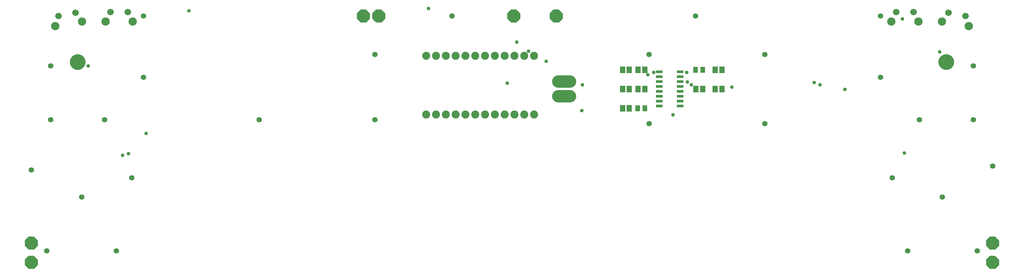
<source format=gbr>
G04 EAGLE Gerber RS-274X export*
G75*
%MOMM*%
%FSLAX34Y34*%
%LPD*%
%INSoldermask Bottom*%
%IPPOS*%
%AMOC8*
5,1,8,0,0,1.08239X$1,22.5*%
G01*
G04 Define Apertures*
%ADD10C,1.403200*%
%ADD11C,2.082800*%
%ADD12C,3.213100*%
%ADD13C,1.701800*%
%ADD14C,2.146300*%
%ADD15C,2.000000*%
%ADD16R,1.803200X0.803200*%
%ADD17R,1.234400X1.623400*%
%ADD18R,1.367800X1.668500*%
%ADD19P,3.62904X8X22.5*%
%ADD20C,0.959600*%
D10*
X240000Y110000D03*
X420000Y110000D03*
X330000Y250000D03*
X200000Y320000D03*
X460000Y300000D03*
X2650000Y110000D03*
X2470000Y110000D03*
X2560000Y250000D03*
X2430000Y300000D03*
X2690000Y330000D03*
X490000Y720000D03*
X2400000Y720000D03*
X790000Y450000D03*
X1090000Y450000D03*
X2100000Y440000D03*
X1800000Y440000D03*
X1800000Y620000D03*
X2100000Y620000D03*
X250000Y450000D03*
X390000Y450000D03*
X250000Y590000D03*
X1290000Y720000D03*
X1920000Y720000D03*
X2500000Y450000D03*
X2640000Y450000D03*
X2640000Y590000D03*
X2400000Y560000D03*
X490000Y560000D03*
X1090000Y620000D03*
D11*
X1223000Y616200D03*
X1248400Y616200D03*
X1273800Y616200D03*
X1299200Y616200D03*
X1324600Y616200D03*
X1350000Y616200D03*
X1375400Y616200D03*
X1400800Y616200D03*
X1426200Y616200D03*
X1451600Y616200D03*
X1477000Y616200D03*
X1502400Y616200D03*
X1502400Y463800D03*
X1477000Y463800D03*
X1451600Y463800D03*
X1426200Y463800D03*
X1400800Y463800D03*
X1375400Y463800D03*
X1350000Y463800D03*
X1324600Y463800D03*
X1299200Y463800D03*
X1273800Y463800D03*
X1248400Y463800D03*
X1223000Y463800D03*
D12*
X1564951Y510950D02*
X1595050Y510950D01*
X1595050Y549050D02*
X1564951Y549050D01*
D13*
X270000Y720000D03*
X314275Y727807D03*
D14*
X262066Y693325D03*
X331105Y705498D03*
D15*
X310000Y600000D02*
X310003Y600245D01*
X310012Y600491D01*
X310027Y600736D01*
X310048Y600980D01*
X310075Y601224D01*
X310108Y601467D01*
X310147Y601710D01*
X310192Y601951D01*
X310243Y602191D01*
X310300Y602430D01*
X310362Y602667D01*
X310431Y602903D01*
X310505Y603137D01*
X310585Y603369D01*
X310670Y603599D01*
X310761Y603827D01*
X310858Y604052D01*
X310960Y604276D01*
X311068Y604496D01*
X311181Y604714D01*
X311299Y604929D01*
X311423Y605141D01*
X311551Y605350D01*
X311685Y605556D01*
X311824Y605758D01*
X311968Y605957D01*
X312117Y606152D01*
X312270Y606344D01*
X312428Y606532D01*
X312590Y606716D01*
X312758Y606895D01*
X312929Y607071D01*
X313105Y607242D01*
X313284Y607410D01*
X313468Y607572D01*
X313656Y607730D01*
X313848Y607883D01*
X314043Y608032D01*
X314242Y608176D01*
X314444Y608315D01*
X314650Y608449D01*
X314859Y608577D01*
X315071Y608701D01*
X315286Y608819D01*
X315504Y608932D01*
X315724Y609040D01*
X315948Y609142D01*
X316173Y609239D01*
X316401Y609330D01*
X316631Y609415D01*
X316863Y609495D01*
X317097Y609569D01*
X317333Y609638D01*
X317570Y609700D01*
X317809Y609757D01*
X318049Y609808D01*
X318290Y609853D01*
X318533Y609892D01*
X318776Y609925D01*
X319020Y609952D01*
X319264Y609973D01*
X319509Y609988D01*
X319755Y609997D01*
X320000Y610000D01*
X320245Y609997D01*
X320491Y609988D01*
X320736Y609973D01*
X320980Y609952D01*
X321224Y609925D01*
X321467Y609892D01*
X321710Y609853D01*
X321951Y609808D01*
X322191Y609757D01*
X322430Y609700D01*
X322667Y609638D01*
X322903Y609569D01*
X323137Y609495D01*
X323369Y609415D01*
X323599Y609330D01*
X323827Y609239D01*
X324052Y609142D01*
X324276Y609040D01*
X324496Y608932D01*
X324714Y608819D01*
X324929Y608701D01*
X325141Y608577D01*
X325350Y608449D01*
X325556Y608315D01*
X325758Y608176D01*
X325957Y608032D01*
X326152Y607883D01*
X326344Y607730D01*
X326532Y607572D01*
X326716Y607410D01*
X326895Y607242D01*
X327071Y607071D01*
X327242Y606895D01*
X327410Y606716D01*
X327572Y606532D01*
X327730Y606344D01*
X327883Y606152D01*
X328032Y605957D01*
X328176Y605758D01*
X328315Y605556D01*
X328449Y605350D01*
X328577Y605141D01*
X328701Y604929D01*
X328819Y604714D01*
X328932Y604496D01*
X329040Y604276D01*
X329142Y604052D01*
X329239Y603827D01*
X329330Y603599D01*
X329415Y603369D01*
X329495Y603137D01*
X329569Y602903D01*
X329638Y602667D01*
X329700Y602430D01*
X329757Y602191D01*
X329808Y601951D01*
X329853Y601710D01*
X329892Y601467D01*
X329925Y601224D01*
X329952Y600980D01*
X329973Y600736D01*
X329988Y600491D01*
X329997Y600245D01*
X330000Y600000D01*
X329997Y599755D01*
X329988Y599509D01*
X329973Y599264D01*
X329952Y599020D01*
X329925Y598776D01*
X329892Y598533D01*
X329853Y598290D01*
X329808Y598049D01*
X329757Y597809D01*
X329700Y597570D01*
X329638Y597333D01*
X329569Y597097D01*
X329495Y596863D01*
X329415Y596631D01*
X329330Y596401D01*
X329239Y596173D01*
X329142Y595948D01*
X329040Y595724D01*
X328932Y595504D01*
X328819Y595286D01*
X328701Y595071D01*
X328577Y594859D01*
X328449Y594650D01*
X328315Y594444D01*
X328176Y594242D01*
X328032Y594043D01*
X327883Y593848D01*
X327730Y593656D01*
X327572Y593468D01*
X327410Y593284D01*
X327242Y593105D01*
X327071Y592929D01*
X326895Y592758D01*
X326716Y592590D01*
X326532Y592428D01*
X326344Y592270D01*
X326152Y592117D01*
X325957Y591968D01*
X325758Y591824D01*
X325556Y591685D01*
X325350Y591551D01*
X325141Y591423D01*
X324929Y591299D01*
X324714Y591181D01*
X324496Y591068D01*
X324276Y590960D01*
X324052Y590858D01*
X323827Y590761D01*
X323599Y590670D01*
X323369Y590585D01*
X323137Y590505D01*
X322903Y590431D01*
X322667Y590362D01*
X322430Y590300D01*
X322191Y590243D01*
X321951Y590192D01*
X321710Y590147D01*
X321467Y590108D01*
X321224Y590075D01*
X320980Y590048D01*
X320736Y590027D01*
X320491Y590012D01*
X320245Y590003D01*
X320000Y590000D01*
X319755Y590003D01*
X319509Y590012D01*
X319264Y590027D01*
X319020Y590048D01*
X318776Y590075D01*
X318533Y590108D01*
X318290Y590147D01*
X318049Y590192D01*
X317809Y590243D01*
X317570Y590300D01*
X317333Y590362D01*
X317097Y590431D01*
X316863Y590505D01*
X316631Y590585D01*
X316401Y590670D01*
X316173Y590761D01*
X315948Y590858D01*
X315724Y590960D01*
X315504Y591068D01*
X315286Y591181D01*
X315071Y591299D01*
X314859Y591423D01*
X314650Y591551D01*
X314444Y591685D01*
X314242Y591824D01*
X314043Y591968D01*
X313848Y592117D01*
X313656Y592270D01*
X313468Y592428D01*
X313284Y592590D01*
X313105Y592758D01*
X312929Y592929D01*
X312758Y593105D01*
X312590Y593284D01*
X312428Y593468D01*
X312270Y593656D01*
X312117Y593848D01*
X311968Y594043D01*
X311824Y594242D01*
X311685Y594444D01*
X311551Y594650D01*
X311423Y594859D01*
X311299Y595071D01*
X311181Y595286D01*
X311068Y595504D01*
X310960Y595724D01*
X310858Y595948D01*
X310761Y596173D01*
X310670Y596401D01*
X310585Y596631D01*
X310505Y596863D01*
X310431Y597097D01*
X310362Y597333D01*
X310300Y597570D01*
X310243Y597809D01*
X310192Y598049D01*
X310147Y598290D01*
X310108Y598533D01*
X310075Y598776D01*
X310048Y599020D01*
X310027Y599264D01*
X310012Y599509D01*
X310003Y599755D01*
X310000Y600000D01*
D13*
X2620000Y720000D03*
X2575725Y727807D03*
D14*
X2627934Y693325D03*
X2558896Y705498D03*
D15*
X2560000Y600000D02*
X2560003Y600245D01*
X2560012Y600491D01*
X2560027Y600736D01*
X2560048Y600980D01*
X2560075Y601224D01*
X2560108Y601467D01*
X2560147Y601710D01*
X2560192Y601951D01*
X2560243Y602191D01*
X2560300Y602430D01*
X2560362Y602667D01*
X2560431Y602903D01*
X2560505Y603137D01*
X2560585Y603369D01*
X2560670Y603599D01*
X2560761Y603827D01*
X2560858Y604052D01*
X2560960Y604276D01*
X2561068Y604496D01*
X2561181Y604714D01*
X2561299Y604929D01*
X2561423Y605141D01*
X2561551Y605350D01*
X2561685Y605556D01*
X2561824Y605758D01*
X2561968Y605957D01*
X2562117Y606152D01*
X2562270Y606344D01*
X2562428Y606532D01*
X2562590Y606716D01*
X2562758Y606895D01*
X2562929Y607071D01*
X2563105Y607242D01*
X2563284Y607410D01*
X2563468Y607572D01*
X2563656Y607730D01*
X2563848Y607883D01*
X2564043Y608032D01*
X2564242Y608176D01*
X2564444Y608315D01*
X2564650Y608449D01*
X2564859Y608577D01*
X2565071Y608701D01*
X2565286Y608819D01*
X2565504Y608932D01*
X2565724Y609040D01*
X2565948Y609142D01*
X2566173Y609239D01*
X2566401Y609330D01*
X2566631Y609415D01*
X2566863Y609495D01*
X2567097Y609569D01*
X2567333Y609638D01*
X2567570Y609700D01*
X2567809Y609757D01*
X2568049Y609808D01*
X2568290Y609853D01*
X2568533Y609892D01*
X2568776Y609925D01*
X2569020Y609952D01*
X2569264Y609973D01*
X2569509Y609988D01*
X2569755Y609997D01*
X2570000Y610000D01*
X2570245Y609997D01*
X2570491Y609988D01*
X2570736Y609973D01*
X2570980Y609952D01*
X2571224Y609925D01*
X2571467Y609892D01*
X2571710Y609853D01*
X2571951Y609808D01*
X2572191Y609757D01*
X2572430Y609700D01*
X2572667Y609638D01*
X2572903Y609569D01*
X2573137Y609495D01*
X2573369Y609415D01*
X2573599Y609330D01*
X2573827Y609239D01*
X2574052Y609142D01*
X2574276Y609040D01*
X2574496Y608932D01*
X2574714Y608819D01*
X2574929Y608701D01*
X2575141Y608577D01*
X2575350Y608449D01*
X2575556Y608315D01*
X2575758Y608176D01*
X2575957Y608032D01*
X2576152Y607883D01*
X2576344Y607730D01*
X2576532Y607572D01*
X2576716Y607410D01*
X2576895Y607242D01*
X2577071Y607071D01*
X2577242Y606895D01*
X2577410Y606716D01*
X2577572Y606532D01*
X2577730Y606344D01*
X2577883Y606152D01*
X2578032Y605957D01*
X2578176Y605758D01*
X2578315Y605556D01*
X2578449Y605350D01*
X2578577Y605141D01*
X2578701Y604929D01*
X2578819Y604714D01*
X2578932Y604496D01*
X2579040Y604276D01*
X2579142Y604052D01*
X2579239Y603827D01*
X2579330Y603599D01*
X2579415Y603369D01*
X2579495Y603137D01*
X2579569Y602903D01*
X2579638Y602667D01*
X2579700Y602430D01*
X2579757Y602191D01*
X2579808Y601951D01*
X2579853Y601710D01*
X2579892Y601467D01*
X2579925Y601224D01*
X2579952Y600980D01*
X2579973Y600736D01*
X2579988Y600491D01*
X2579997Y600245D01*
X2580000Y600000D01*
X2579997Y599755D01*
X2579988Y599509D01*
X2579973Y599264D01*
X2579952Y599020D01*
X2579925Y598776D01*
X2579892Y598533D01*
X2579853Y598290D01*
X2579808Y598049D01*
X2579757Y597809D01*
X2579700Y597570D01*
X2579638Y597333D01*
X2579569Y597097D01*
X2579495Y596863D01*
X2579415Y596631D01*
X2579330Y596401D01*
X2579239Y596173D01*
X2579142Y595948D01*
X2579040Y595724D01*
X2578932Y595504D01*
X2578819Y595286D01*
X2578701Y595071D01*
X2578577Y594859D01*
X2578449Y594650D01*
X2578315Y594444D01*
X2578176Y594242D01*
X2578032Y594043D01*
X2577883Y593848D01*
X2577730Y593656D01*
X2577572Y593468D01*
X2577410Y593284D01*
X2577242Y593105D01*
X2577071Y592929D01*
X2576895Y592758D01*
X2576716Y592590D01*
X2576532Y592428D01*
X2576344Y592270D01*
X2576152Y592117D01*
X2575957Y591968D01*
X2575758Y591824D01*
X2575556Y591685D01*
X2575350Y591551D01*
X2575141Y591423D01*
X2574929Y591299D01*
X2574714Y591181D01*
X2574496Y591068D01*
X2574276Y590960D01*
X2574052Y590858D01*
X2573827Y590761D01*
X2573599Y590670D01*
X2573369Y590585D01*
X2573137Y590505D01*
X2572903Y590431D01*
X2572667Y590362D01*
X2572430Y590300D01*
X2572191Y590243D01*
X2571951Y590192D01*
X2571710Y590147D01*
X2571467Y590108D01*
X2571224Y590075D01*
X2570980Y590048D01*
X2570736Y590027D01*
X2570491Y590012D01*
X2570245Y590003D01*
X2570000Y590000D01*
X2569755Y590003D01*
X2569509Y590012D01*
X2569264Y590027D01*
X2569020Y590048D01*
X2568776Y590075D01*
X2568533Y590108D01*
X2568290Y590147D01*
X2568049Y590192D01*
X2567809Y590243D01*
X2567570Y590300D01*
X2567333Y590362D01*
X2567097Y590431D01*
X2566863Y590505D01*
X2566631Y590585D01*
X2566401Y590670D01*
X2566173Y590761D01*
X2565948Y590858D01*
X2565724Y590960D01*
X2565504Y591068D01*
X2565286Y591181D01*
X2565071Y591299D01*
X2564859Y591423D01*
X2564650Y591551D01*
X2564444Y591685D01*
X2564242Y591824D01*
X2564043Y591968D01*
X2563848Y592117D01*
X2563656Y592270D01*
X2563468Y592428D01*
X2563284Y592590D01*
X2563105Y592758D01*
X2562929Y592929D01*
X2562758Y593105D01*
X2562590Y593284D01*
X2562428Y593468D01*
X2562270Y593656D01*
X2562117Y593848D01*
X2561968Y594043D01*
X2561824Y594242D01*
X2561685Y594444D01*
X2561551Y594650D01*
X2561423Y594859D01*
X2561299Y595071D01*
X2561181Y595286D01*
X2561068Y595504D01*
X2560960Y595724D01*
X2560858Y595948D01*
X2560761Y596173D01*
X2560670Y596401D01*
X2560585Y596631D01*
X2560505Y596863D01*
X2560431Y597097D01*
X2560362Y597333D01*
X2560300Y597570D01*
X2560243Y597809D01*
X2560192Y598049D01*
X2560147Y598290D01*
X2560108Y598533D01*
X2560075Y598776D01*
X2560048Y599020D01*
X2560027Y599264D01*
X2560012Y599509D01*
X2560003Y599755D01*
X2560000Y600000D01*
D16*
X1880410Y574450D03*
X1880410Y561750D03*
X1880410Y549050D03*
X1880410Y536350D03*
X1880410Y523650D03*
X1880410Y510950D03*
X1880410Y498250D03*
X1880410Y485550D03*
X1826410Y485550D03*
X1826410Y498250D03*
X1826410Y510950D03*
X1826410Y523650D03*
X1826410Y536350D03*
X1826410Y549050D03*
X1826410Y561750D03*
X1826410Y574450D03*
D17*
X1789195Y480000D03*
X1770805Y480000D03*
D18*
X1748754Y480000D03*
X1731246Y480000D03*
D19*
X1060000Y720000D03*
X1100000Y720000D03*
X1450000Y720000D03*
D18*
X1938754Y530000D03*
X1921246Y530000D03*
D17*
X1939195Y580000D03*
X1920805Y580000D03*
D19*
X1560000Y720000D03*
X2690000Y130000D03*
X2690000Y80000D03*
X200000Y130000D03*
X200000Y80000D03*
D18*
X1788754Y530000D03*
X1771246Y530000D03*
X1988754Y530000D03*
X1971246Y530000D03*
X1988754Y580000D03*
X1971246Y580000D03*
X1748754Y530000D03*
X1731246Y530000D03*
X1748754Y580000D03*
X1731246Y580000D03*
X1788754Y580000D03*
X1771246Y580000D03*
D13*
X450000Y730000D03*
X405042Y730000D03*
D14*
X462446Y705108D03*
X392342Y705108D03*
D13*
X2440000Y730000D03*
X2484958Y730000D03*
D14*
X2427554Y705108D03*
X2497658Y705108D03*
D20*
X451104Y362712D03*
X2461260Y364236D03*
X435864Y358140D03*
X1626108Y473964D03*
X2307336Y528828D03*
X1862328Y463296D03*
X1228344Y739140D03*
X2552700Y626364D03*
X608076Y733044D03*
X1456944Y652272D03*
X1796796Y566928D03*
X496824Y414528D03*
X1812036Y573024D03*
X1432560Y545592D03*
X1898904Y548640D03*
X2228088Y547116D03*
X1897380Y573024D03*
X2243328Y541020D03*
X1909572Y541020D03*
X1627632Y541020D03*
X2014728Y534924D03*
X1533144Y601980D03*
X1487424Y627888D03*
X2456688Y711708D03*
X347472Y589788D03*
M02*

</source>
